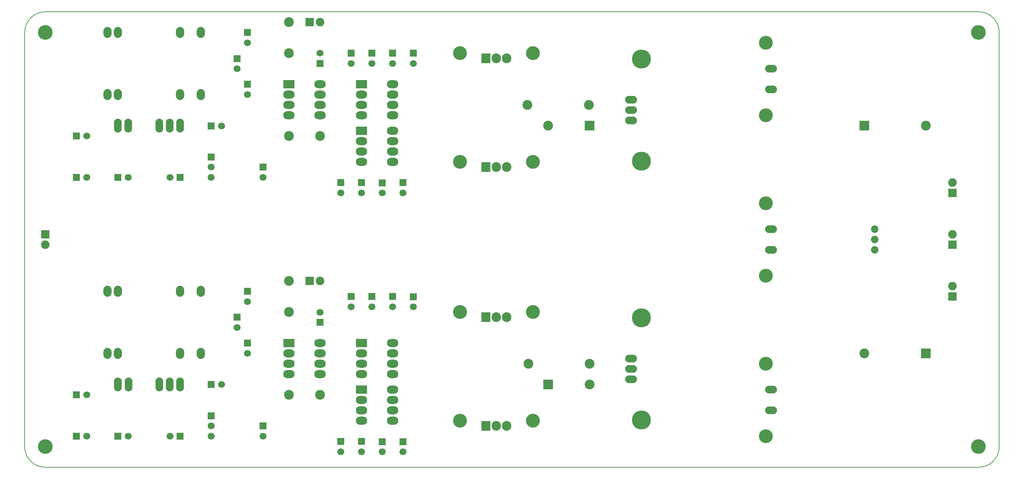
<source format=gbr>
%TF.GenerationSoftware,KiCad,Pcbnew,5.1.5+dfsg1-2+b1*%
%TF.CreationDate,2020-09-24T09:47:26-05:00*%
%TF.ProjectId,HV-pulse-generator,48562d70-756c-4736-952d-67656e657261,2.0.0*%
%TF.SameCoordinates,Original*%
%TF.FileFunction,Soldermask,Bot*%
%TF.FilePolarity,Negative*%
%FSLAX46Y46*%
G04 Gerber Fmt 4.6, Leading zero omitted, Abs format (unit mm)*
G04 Created by KiCad (PCBNEW 5.1.5+dfsg1-2+b1) date 2020-09-24 09:47:26*
%MOMM*%
%LPD*%
G04 APERTURE LIST*
%TA.AperFunction,Profile*%
%ADD10C,0.150000*%
%TD*%
%ADD11O,2.100000X2.100000*%
%ADD12R,2.100000X2.100000*%
%ADD13C,2.398980*%
%ADD14R,2.398980X2.398980*%
%ADD15C,3.400000*%
%ADD16O,2.305000X2.400000*%
%ADD17R,2.305000X2.400000*%
%ADD18O,1.901140X3.399740*%
%ADD19O,2.800000X2.000000*%
%ADD20R,2.800000X2.000000*%
%ADD21O,2.000000X2.700000*%
%ADD22C,1.700000*%
%ADD23R,1.700000X1.700000*%
%ADD24R,1.700480X1.700480*%
%ADD25C,1.700480*%
%ADD26O,2.899360X1.901140*%
%ADD27R,2.400000X2.400000*%
%ADD28C,2.400000*%
%ADD29C,3.600000*%
%ADD30C,1.840000*%
%ADD31C,4.670000*%
G04 APERTURE END LIST*
D10*
X254000000Y-20320000D02*
G75*
G02X259080000Y-25400000I0J-5080000D01*
G01*
X20320000Y-25400000D02*
G75*
G02X25400000Y-20320000I5080000J0D01*
G01*
X25400000Y-132080000D02*
G75*
G02X20320000Y-127000000I0J5080000D01*
G01*
X259080000Y-127000000D02*
G75*
G02X254000000Y-132080000I-5080000J0D01*
G01*
X259080000Y-25400000D02*
X259080000Y-127000000D01*
X254000000Y-20320000D02*
X25400000Y-20320000D01*
X20320000Y-127000000D02*
X20320000Y-25400000D01*
X254000000Y-132080000D02*
X25400000Y-132080000D01*
D11*
%TO.C,J4*%
X247650000Y-74930000D03*
D12*
X247650000Y-77470000D03*
%TD*%
D11*
%TO.C,J1.2*%
X247650000Y-87630000D03*
D12*
X247650000Y-90170000D03*
%TD*%
D11*
%TO.C,J1.1*%
X247650000Y-62230000D03*
D12*
X247650000Y-64770000D03*
%TD*%
D13*
%TO.C,R8*%
X143510000Y-43180000D03*
X158510000Y-43180000D03*
%TD*%
%TO.C,R4*%
X158750000Y-106680000D03*
X143750000Y-106680000D03*
%TD*%
%TO.C,D2*%
X148590000Y-48262540D03*
D14*
X158750000Y-48262540D03*
%TD*%
D13*
%TO.C,D1*%
X158750000Y-111760000D03*
D14*
X148590000Y-111760000D03*
%TD*%
D15*
%TO.C,REF\002A\002A*%
X201930000Y-85100000D03*
X201930000Y-67300000D03*
%TD*%
D11*
%TO.C,J5*%
X92710000Y-86360000D03*
D12*
X90170000Y-86360000D03*
%TD*%
D11*
%TO.C,J3*%
X25400000Y-77470000D03*
D12*
X25400000Y-74930000D03*
%TD*%
D11*
%TO.C,J2*%
X92710000Y-22860000D03*
D12*
X90170000Y-22860000D03*
%TD*%
D16*
%TO.C,Q6*%
X138430000Y-58420000D03*
X135890000Y-58420000D03*
D17*
X133350000Y-58420000D03*
%TD*%
D16*
%TO.C,Q4*%
X138430000Y-31750000D03*
X135890000Y-31750000D03*
D17*
X133350000Y-31750000D03*
%TD*%
D16*
%TO.C,Q3*%
X138430000Y-121920000D03*
X135890000Y-121920000D03*
D17*
X133350000Y-121920000D03*
%TD*%
D16*
%TO.C,Q1*%
X138430000Y-95250000D03*
X135890000Y-95250000D03*
D17*
X133350000Y-95250000D03*
%TD*%
D18*
%TO.C,P1*%
X58420000Y-111760000D03*
X43180000Y-111760000D03*
X45730160Y-111760000D03*
X53329800Y-111760000D03*
X55880000Y-111760000D03*
%TD*%
D19*
%TO.C,U1*%
X110490000Y-101600000D03*
X102870000Y-109220000D03*
X110490000Y-104140000D03*
X102870000Y-106680000D03*
X110490000Y-106680000D03*
X102870000Y-104140000D03*
X110490000Y-109220000D03*
D20*
X102870000Y-101600000D03*
%TD*%
D21*
%TO.C,P4*%
X40640000Y-40640000D03*
X43180000Y-40640000D03*
X58420000Y-40640000D03*
X63500000Y-40640000D03*
X63500000Y-25400000D03*
X58420000Y-25400000D03*
X43180000Y-25400000D03*
X40640000Y-25400000D03*
%TD*%
D22*
%TO.C,C34*%
X35520000Y-60960000D03*
D23*
X33020000Y-60960000D03*
%TD*%
D19*
%TO.C,U3*%
X110490000Y-113030000D03*
X102870000Y-120650000D03*
X110490000Y-115570000D03*
X102870000Y-118110000D03*
X110490000Y-118110000D03*
X102870000Y-115570000D03*
X110490000Y-120650000D03*
D20*
X102870000Y-113030000D03*
%TD*%
D19*
%TO.C,U6*%
X92710000Y-38100000D03*
X85090000Y-45720000D03*
X92710000Y-40640000D03*
X85090000Y-43180000D03*
X92710000Y-43180000D03*
X85090000Y-40640000D03*
X92710000Y-45720000D03*
D20*
X85090000Y-38100000D03*
%TD*%
D15*
%TO.C,REF\002A\002A*%
X144790000Y-93980000D03*
X126990000Y-93980000D03*
%TD*%
D24*
%TO.C,U8*%
X66040000Y-55918100D03*
D25*
X66040000Y-58420000D03*
X66040000Y-60916820D03*
%TD*%
D24*
%TO.C,U4*%
X66040000Y-119418100D03*
D25*
X66040000Y-121920000D03*
X66040000Y-124416820D03*
%TD*%
D26*
%TO.C,R9*%
X203200000Y-118110000D03*
X203200000Y-113030000D03*
%TD*%
D13*
%TO.C,R7*%
X85090000Y-30480000D03*
X85090000Y-22860000D03*
%TD*%
%TO.C,R6*%
X92710000Y-50800000D03*
X85090000Y-50800000D03*
%TD*%
D26*
%TO.C,R5*%
X203200000Y-78740000D03*
X203200000Y-73660000D03*
%TD*%
D13*
%TO.C,R3*%
X85090000Y-93980000D03*
X85090000Y-86360000D03*
%TD*%
%TO.C,R2*%
X92710000Y-114300000D03*
X85090000Y-114300000D03*
%TD*%
D26*
%TO.C,R1*%
X203200000Y-39370000D03*
X203200000Y-34290000D03*
%TD*%
%TO.C,Q5*%
X168910000Y-107950000D03*
X168910000Y-105410000D03*
X168910000Y-110490000D03*
%TD*%
%TO.C,Q2*%
X168910000Y-44450000D03*
X168910000Y-41910000D03*
X168910000Y-46990000D03*
%TD*%
D18*
%TO.C,P3*%
X58409840Y-48260000D03*
X43169840Y-48260000D03*
X45720000Y-48260000D03*
X53319640Y-48260000D03*
X55869840Y-48260000D03*
%TD*%
D21*
%TO.C,P2*%
X40640000Y-104140000D03*
X43180000Y-104140000D03*
X58420000Y-104140000D03*
X63500000Y-104140000D03*
X63500000Y-88900000D03*
X58420000Y-88900000D03*
X43180000Y-88900000D03*
X40640000Y-88900000D03*
%TD*%
D22*
%TO.C,C38*%
X35520000Y-50800000D03*
D23*
X33020000Y-50800000D03*
%TD*%
%TO.C,C37*%
X78740000Y-58420000D03*
D22*
X78740000Y-60920000D03*
%TD*%
%TO.C,C30*%
X74930000Y-40600000D03*
D23*
X74930000Y-38100000D03*
%TD*%
D22*
%TO.C,C27*%
X45680000Y-60960000D03*
D23*
X43180000Y-60960000D03*
%TD*%
D22*
%TO.C,C26*%
X55920000Y-60960000D03*
D23*
X58420000Y-60960000D03*
%TD*%
D22*
%TO.C,C22*%
X74930000Y-27900000D03*
D23*
X74930000Y-25400000D03*
%TD*%
D22*
%TO.C,C19*%
X35520000Y-114300000D03*
D23*
X33020000Y-114300000D03*
%TD*%
%TO.C,C18*%
X78740000Y-121920000D03*
D22*
X78740000Y-124420000D03*
%TD*%
%TO.C,C15*%
X35520000Y-124460000D03*
D23*
X33020000Y-124460000D03*
%TD*%
D22*
%TO.C,C11*%
X74930000Y-104100000D03*
D23*
X74930000Y-101600000D03*
%TD*%
D22*
%TO.C,C9*%
X45680000Y-124460000D03*
D23*
X43180000Y-124460000D03*
%TD*%
D22*
%TO.C,C8*%
X55920000Y-124460000D03*
D23*
X58420000Y-124460000D03*
%TD*%
D22*
%TO.C,C3*%
X74930000Y-91400000D03*
D23*
X74930000Y-88900000D03*
%TD*%
%TO.C,C36*%
X66040000Y-48300000D03*
D22*
X68540000Y-48300000D03*
%TD*%
D23*
%TO.C,C35*%
X72390000Y-31790000D03*
D22*
X72390000Y-34290000D03*
%TD*%
D23*
%TO.C,C33*%
X102870000Y-62230000D03*
D22*
X102870000Y-64730000D03*
%TD*%
D23*
%TO.C,C32*%
X97790000Y-62230000D03*
D22*
X97790000Y-64730000D03*
%TD*%
D23*
%TO.C,C31*%
X107950000Y-62270000D03*
D22*
X107950000Y-64770000D03*
%TD*%
D27*
%TO.C,C29*%
X241060000Y-104140000D03*
D28*
X226060000Y-104140000D03*
%TD*%
D23*
%TO.C,C28*%
X100330000Y-30480000D03*
D22*
X100330000Y-32980000D03*
%TD*%
D23*
%TO.C,C25*%
X115570000Y-30480000D03*
D22*
X115570000Y-32980000D03*
%TD*%
D23*
%TO.C,C24*%
X110490000Y-30480000D03*
D22*
X110490000Y-32980000D03*
%TD*%
D23*
%TO.C,C23*%
X105410000Y-30480000D03*
D22*
X105410000Y-32980000D03*
%TD*%
D23*
%TO.C,C21*%
X113030000Y-62230000D03*
D22*
X113030000Y-64730000D03*
%TD*%
D23*
%TO.C,C20*%
X92710000Y-32980000D03*
D22*
X92710000Y-30480000D03*
%TD*%
D23*
%TO.C,C17*%
X66040000Y-111760000D03*
D22*
X68540000Y-111760000D03*
%TD*%
D23*
%TO.C,C16*%
X72390000Y-95250000D03*
D22*
X72390000Y-97750000D03*
%TD*%
D23*
%TO.C,C14*%
X113030000Y-125770000D03*
D22*
X113030000Y-128270000D03*
%TD*%
D23*
%TO.C,C13*%
X97790000Y-125730000D03*
D22*
X97790000Y-128230000D03*
%TD*%
D23*
%TO.C,C12*%
X107950000Y-125770000D03*
D22*
X107950000Y-128270000D03*
%TD*%
D23*
%TO.C,C10*%
X110490000Y-90170000D03*
D22*
X110490000Y-92670000D03*
%TD*%
D23*
%TO.C,C7*%
X105410000Y-90170000D03*
D22*
X105410000Y-92670000D03*
%TD*%
D27*
%TO.C,C6*%
X226060000Y-48260000D03*
D28*
X241060000Y-48260000D03*
%TD*%
D23*
%TO.C,C5*%
X115570000Y-90210000D03*
D22*
X115570000Y-92710000D03*
%TD*%
D23*
%TO.C,C4*%
X100330000Y-90170000D03*
D22*
X100330000Y-92670000D03*
%TD*%
D23*
%TO.C,C2*%
X102870000Y-125730000D03*
D22*
X102870000Y-128230000D03*
%TD*%
D23*
%TO.C,C1*%
X92710000Y-96520000D03*
D22*
X92710000Y-94020000D03*
%TD*%
D29*
%TO.C,REF\002A\002A*%
X25400000Y-127000000D03*
%TD*%
%TO.C,REF\002A\002A*%
X25400000Y-25400000D03*
%TD*%
%TO.C,REF\002A\002A*%
X254000000Y-25400000D03*
%TD*%
D19*
%TO.C,U7*%
X110490000Y-49530000D03*
X102870000Y-57150000D03*
X110490000Y-52070000D03*
X102870000Y-54610000D03*
X110490000Y-54610000D03*
X102870000Y-52070000D03*
X110490000Y-57150000D03*
D20*
X102870000Y-49530000D03*
%TD*%
D19*
%TO.C,U5*%
X110490000Y-38100000D03*
X102870000Y-45720000D03*
X110490000Y-40640000D03*
X102870000Y-43180000D03*
X110490000Y-43180000D03*
X102870000Y-40640000D03*
X110490000Y-45720000D03*
D20*
X102870000Y-38100000D03*
%TD*%
D19*
%TO.C,U2*%
X92710000Y-101600000D03*
X85090000Y-109220000D03*
X92710000Y-104140000D03*
X85090000Y-106680000D03*
X92710000Y-106680000D03*
X85090000Y-104140000D03*
X92710000Y-109220000D03*
D20*
X85090000Y-101600000D03*
%TD*%
D30*
%TO.C,RTUNE1*%
X228600000Y-78740000D03*
X228600000Y-76200000D03*
X228600000Y-73660000D03*
%TD*%
D31*
%TO.C,REF\002A\002A*%
X171450000Y-95450000D03*
X171450000Y-120450000D03*
%TD*%
D29*
%TO.C,REF\002A\002A*%
X254000000Y-127000000D03*
%TD*%
D15*
%TO.C,REF\002A\002A*%
X144790000Y-57150000D03*
X126990000Y-57150000D03*
%TD*%
%TO.C,REF\002A\002A*%
X144790000Y-30480000D03*
X126990000Y-30480000D03*
%TD*%
%TO.C,REF\002A\002A*%
X144790000Y-120650000D03*
X126990000Y-120650000D03*
%TD*%
D31*
%TO.C,REF\002A\002A*%
X171450000Y-31950000D03*
X171450000Y-56950000D03*
%TD*%
D15*
%TO.C,REF\002A\002A*%
X201930000Y-124470000D03*
X201930000Y-106670000D03*
%TD*%
%TO.C,REF\002A\002A*%
X201930000Y-45730000D03*
X201930000Y-27930000D03*
%TD*%
M02*

</source>
